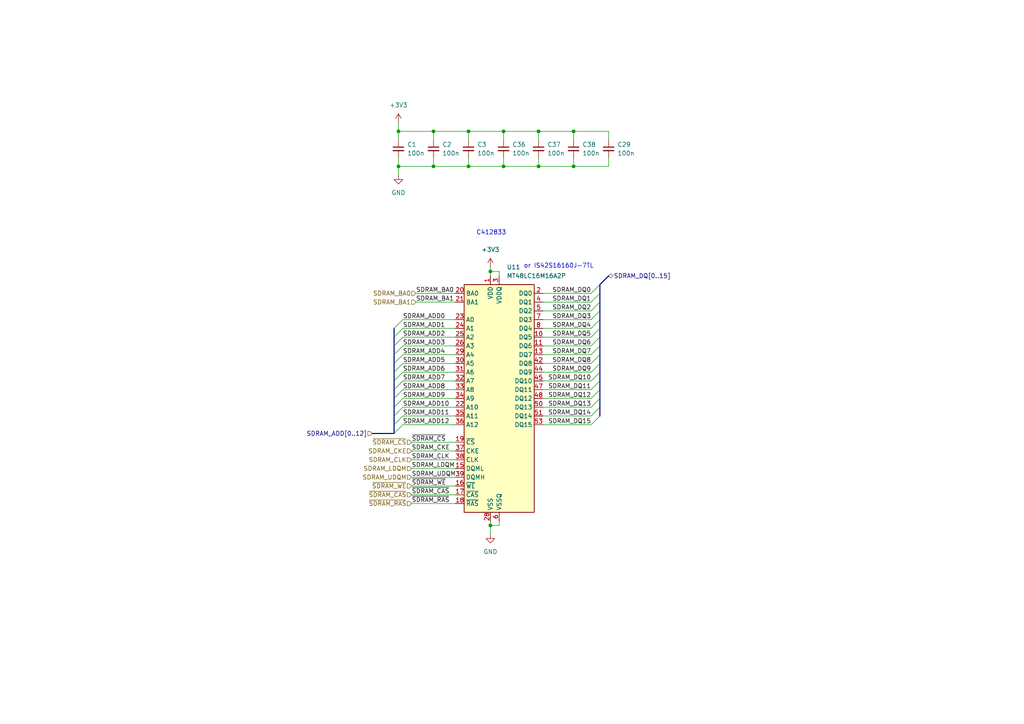
<source format=kicad_sch>
(kicad_sch (version 20231120) (generator "eeschema") (generator_version "8.0")
  (paper "A4")
  (lib_symbols
    (symbol "Device:C_Small" (pin_numbers hide) (pin_names (offset 0.254) hide)
      (property "Reference" "C" (at 0.254 1.778 0))
      (property "Value" "C_Small" (at 0.254 -2.032 0))
      (symbol "C_Small_0_1"
        (polyline (pts (xy -1.524 -0.508) (xy 1.524 -0.508)) (stroke (width 0.3302)))
        (polyline (pts (xy -1.524 0.508) (xy 1.524 0.508)) (stroke (width 0.3048)))
      )
      (symbol "C_Small_1_1"
        (pin passive line (at 0 2.54 270) (length 2.032) (name "~") (number "1"))
        (pin passive line (at 0 -2.54 90) (length 2.032) (name "~") (number "2"))
      )
    )
    (symbol "GND_1" (power) (pin_numbers hide) (pin_names (offset 0) hide)
      (property "Value" "GND" (at 0 -3.81 0))
      (symbol "GND_1_0_1"
        (polyline (pts (xy 0 0) (xy 0 -1.27) (xy 1.27 -1.27) (xy 0 -2.54) (xy -1.27 -1.27) (xy 0 -1.27)))
      )
      (symbol "GND_1_1_1"
        (pin power_in line (at 0 0 270) (length 0) (name "~") (number "1"))
      )
    )
    (symbol "Memory_RAM:MT48LC16M16A2P"
      (property "Reference" "U" (at -8.89 34.29 0))
      (property "Value" "MT48LC16M16A2P" (at 8.89 34.29 0))
      (symbol "MT48LC16M16A2P_0_1"
        (rectangle (start -10.16 33.02) (end 10.16 -33.02) (stroke (width 0.254)) (fill (type background)))
      )
      (symbol "MT48LC16M16A2P_1_1"
        (pin power_in line (at -2.54 35.56 270) (length 2.54) (name "VDD") (number "1"))
        (pin bidirectional line (at 12.7 17.78 180) (length 2.54) (name "DQ5") (number "10"))
        (pin bidirectional line (at 12.7 15.24 180) (length 2.54) (name "DQ6") (number "11"))
        (pin passive line (at 0 -35.56 90) (length 2.54) hide (name "VSSQ") (number "12"))
        (pin bidirectional line (at 12.7 12.7 180) (length 2.54) (name "DQ7") (number "13"))
        (pin passive line (at -2.54 35.56 270) (length 2.54) hide (name "VDD") (number "14"))
        (pin input line (at -12.7 -20.32 0) (length 2.54) (name "DQML") (number "15"))
        (pin input line (at -12.7 -25.4 0) (length 2.54) (name "~{WE}") (number "16"))
        (pin input line (at -12.7 -27.94 0) (length 2.54) (name "~{CAS}") (number "17"))
        (pin input line (at -12.7 -30.48 0) (length 2.54) (name "~{RAS}") (number "18"))
        (pin input line (at -12.7 -12.7 0) (length 2.54) (name "~{CS}") (number "19"))
        (pin bidirectional line (at 12.7 30.48 180) (length 2.54) (name "DQ0") (number "2"))
        (pin input line (at -12.7 30.48 0) (length 2.54) (name "BA0") (number "20"))
        (pin input line (at -12.7 27.94 0) (length 2.54) (name "BA1") (number "21"))
        (pin input line (at -12.7 -2.54 0) (length 2.54) (name "A10") (number "22"))
        (pin input line (at -12.7 22.86 0) (length 2.54) (name "A0") (number "23"))
        (pin input line (at -12.7 20.32 0) (length 2.54) (name "A1") (number "24"))
        (pin input line (at -12.7 17.78 0) (length 2.54) (name "A2") (number "25"))
        (pin input line (at -12.7 15.24 0) (length 2.54) (name "A3") (number "26"))
        (pin passive line (at -2.54 35.56 270) (length 2.54) hide (name "VDD") (number "27"))
        (pin power_in line (at -2.54 -35.56 90) (length 2.54) (name "VSS") (number "28"))
        (pin input line (at -12.7 12.7 0) (length 2.54) (name "A4") (number "29"))
        (pin power_in line (at 0 35.56 270) (length 2.54) (name "VDDQ") (number "3"))
        (pin input line (at -12.7 10.16 0) (length 2.54) (name "A5") (number "30"))
        (pin input line (at -12.7 7.62 0) (length 2.54) (name "A6") (number "31"))
        (pin input line (at -12.7 5.08 0) (length 2.54) (name "A7") (number "32"))
        (pin input line (at -12.7 2.54 0) (length 2.54) (name "A8") (number "33"))
        (pin input line (at -12.7 0 0) (length 2.54) (name "A9") (number "34"))
        (pin input line (at -12.7 -5.08 0) (length 2.54) (name "A11") (number "35"))
        (pin input line (at -12.7 -7.62 0) (length 2.54) (name "A12") (number "36"))
        (pin input line (at -12.7 -15.24 0) (length 2.54) (name "CKE") (number "37"))
        (pin input line (at -12.7 -17.78 0) (length 2.54) (name "CLK") (number "38"))
        (pin input line (at -12.7 -22.86 0) (length 2.54) (name "DQMH") (number "39"))
        (pin bidirectional line (at 12.7 27.94 180) (length 2.54) (name "DQ1") (number "4"))
        (pin no_connect line (at 10.16 -20.32 180) (length 2.54) hide (name "NC") (number "40"))
        (pin passive line (at -2.54 -35.56 90) (length 2.54) hide (name "VSS") (number "41"))
        (pin bidirectional line (at 12.7 10.16 180) (length 2.54) (name "DQ8") (number "42"))
        (pin passive line (at 0 35.56 270) (length 2.54) hide (name "VDDQ") (number "43"))
        (pin bidirectional line (at 12.7 7.62 180) (length 2.54) (name "DQ9") (number "44"))
        (pin bidirectional line (at 12.7 5.08 180) (length 2.54) (name "DQ10") (number "45"))
        (pin passive line (at 0 -35.56 90) (length 2.54) hide (name "VSSQ") (number "46"))
        (pin bidirectional line (at 12.7 2.54 180) (length 2.54) (name "DQ11") (number "47"))
        (pin bidirectional line (at 12.7 0 180) (length 2.54) (name "DQ12") (number "48"))
        (pin passive line (at 0 35.56 270) (length 2.54) hide (name "VDDQ") (number "49"))
        (pin bidirectional line (at 12.7 25.4 180) (length 2.54) (name "DQ2") (number "5"))
        (pin bidirectional line (at 12.7 -2.54 180) (length 2.54) (name "DQ13") (number "50"))
        (pin bidirectional line (at 12.7 -5.08 180) (length 2.54) (name "DQ14") (number "51"))
        (pin passive line (at 0 -35.56 90) (length 2.54) hide (name "VSSQ") (number "52"))
        (pin bidirectional line (at 12.7 -7.62 180) (length 2.54) (name "DQ15") (number "53"))
        (pin passive line (at -2.54 -35.56 90) (length 2.54) hide (name "VSS") (number "54"))
        (pin power_in line (at 0 -35.56 90) (length 2.54) (name "VSSQ") (number "6"))
        (pin bidirectional line (at 12.7 22.86 180) (length 2.54) (name "DQ3") (number "7"))
        (pin bidirectional line (at 12.7 20.32 180) (length 2.54) (name "DQ4") (number "8"))
        (pin passive line (at 0 35.56 270) (length 2.54) hide (name "VDDQ") (number "9"))
      )
    )
    (symbol "power:+3V3" (power) (pin_names (offset 0))
      (property "Value" "+3V3" (at 0 3.556 0))
      (symbol "+3V3_0_1"
        (polyline (pts (xy -0.762 1.27) (xy 0 2.54)))
        (polyline (pts (xy 0 0) (xy 0 2.54)))
        (polyline (pts (xy 0 2.54) (xy 0.762 1.27)))
      )
      (symbol "+3V3_1_1"
        (pin power_in line (at 0 0 90) (length 0) hide (name "+3V3") (number "1"))
      )
    )
    (symbol "power:GND" (power) (pin_names (offset 0))
      (property "Value" "GND" (at 0 -3.81 0))
      (symbol "GND_0_1"
        (polyline (pts (xy 0 0) (xy 0 -1.27) (xy 1.27 -1.27) (xy 0 -2.54) (xy -1.27 -1.27) (xy 0 -1.27)))
      )
      (symbol "GND_1_1"
        (pin power_in line (at 0 0 270) (length 0) hide (name "GND") (number "1"))
      )
    )
  )
  (junction (at 166.37 48.26))
  (junction (at 146.05 48.26))
  (junction (at 125.73 48.26))
  (junction (at 156.21 48.26))
  (junction (at 142.24 78.74))
  (junction (at 125.73 38.1))
  (junction (at 135.89 48.26))
  (junction (at 115.57 38.1))
  (junction (at 142.24 152.4))
  (junction (at 166.37 38.1))
  (junction (at 115.57 48.26))
  (junction (at 146.05 38.1))
  (junction (at 156.21 38.1))
  (junction (at 135.89 38.1))
  (bus_entry (at 114.3 102.87) (size 2.54 -2.54))
  (bus_entry (at 171.45 100.33) (size 2.54 -2.54))
  (bus_entry (at 171.45 118.11) (size 2.54 -2.54))
  (bus_entry (at 114.3 100.33) (size 2.54 -2.54))
  (bus_entry (at 114.3 125.73) (size 2.54 -2.54))
  (bus_entry (at 171.45 85.09) (size 2.54 -2.54))
  (bus_entry (at 171.45 120.65) (size 2.54 -2.54))
  (bus_entry (at 114.3 118.11) (size 2.54 -2.54))
  (bus_entry (at 171.45 97.79) (size 2.54 -2.54))
  (bus_entry (at 171.45 92.71) (size 2.54 -2.54))
  (bus_entry (at 114.3 113.03) (size 2.54 -2.54))
  (bus_entry (at 114.3 110.49) (size 2.54 -2.54))
  (bus_entry (at 171.45 115.57) (size 2.54 -2.54))
  (bus_entry (at 114.3 115.57) (size 2.54 -2.54))
  (bus_entry (at 114.3 95.25) (size 2.54 -2.54))
  (bus_entry (at 171.45 95.25) (size 2.54 -2.54))
  (bus_entry (at 171.45 102.87) (size 2.54 -2.54))
  (bus_entry (at 114.3 97.79) (size 2.54 -2.54))
  (bus_entry (at 114.3 105.41) (size 2.54 -2.54))
  (bus_entry (at 114.3 120.65) (size 2.54 -2.54))
  (bus_entry (at 171.45 90.17) (size 2.54 -2.54))
  (bus_entry (at 171.45 123.19) (size 2.54 -2.54))
  (bus_entry (at 171.45 87.63) (size 2.54 -2.54))
  (bus_entry (at 171.45 105.41) (size 2.54 -2.54))
  (bus_entry (at 114.3 123.19) (size 2.54 -2.54))
  (bus_entry (at 114.3 107.95) (size 2.54 -2.54))
  (bus_entry (at 171.45 110.49) (size 2.54 -2.54))
  (bus_entry (at 171.45 107.95) (size 2.54 -2.54))
  (bus_entry (at 171.45 113.03) (size 2.54 -2.54))
  (wire (pts (xy 146.05 38.1) (xy 156.21 38.1)))
  (wire (pts (xy 115.57 45.72) (xy 115.57 48.26)))
  (wire (pts (xy 157.48 120.65) (xy 171.45 120.65)))
  (bus (pts (xy 114.3 113.03) (xy 114.3 110.49)))
  (wire (pts (xy 115.57 38.1) (xy 125.73 38.1)))
  (wire (pts (xy 116.84 95.25) (xy 132.08 95.25)))
  (wire (pts (xy 116.84 92.71) (xy 132.08 92.71)))
  (wire (pts (xy 157.48 113.03) (xy 171.45 113.03)))
  (wire (pts (xy 116.84 97.79) (xy 132.08 97.79)))
  (wire (pts (xy 156.21 48.26) (xy 166.37 48.26)))
  (wire (pts (xy 166.37 38.1) (xy 176.53 38.1)))
  (wire (pts (xy 116.84 100.33) (xy 132.08 100.33)))
  (wire (pts (xy 146.05 45.72) (xy 146.05 48.26)))
  (wire (pts (xy 119.38 133.35) (xy 132.08 133.35)))
  (wire (pts (xy 144.78 152.4) (xy 142.24 152.4)))
  (wire (pts (xy 116.84 113.03) (xy 132.08 113.03)))
  (wire (pts (xy 146.05 48.26) (xy 156.21 48.26)))
  (wire (pts (xy 166.37 45.72) (xy 166.37 48.26)))
  (bus (pts (xy 173.99 115.57) (xy 173.99 113.03)))
  (wire (pts (xy 157.48 87.63) (xy 171.45 87.63)))
  (wire (pts (xy 116.84 123.19) (xy 132.08 123.19)))
  (bus (pts (xy 173.99 90.17) (xy 173.99 87.63)))
  (wire (pts (xy 156.21 45.72) (xy 156.21 48.26)))
  (wire (pts (xy 166.37 38.1) (xy 166.37 40.64)))
  (wire (pts (xy 156.21 38.1) (xy 156.21 40.64)))
  (wire (pts (xy 116.84 115.57) (xy 132.08 115.57)))
  (bus (pts (xy 173.99 110.49) (xy 173.99 107.95)))
  (wire (pts (xy 144.78 78.74) (xy 142.24 78.74)))
  (wire (pts (xy 115.57 35.56) (xy 115.57 38.1)))
  (wire (pts (xy 119.38 138.43) (xy 132.08 138.43)))
  (wire (pts (xy 135.89 45.72) (xy 135.89 48.26)))
  (wire (pts (xy 125.73 38.1) (xy 135.89 38.1)))
  (wire (pts (xy 119.38 135.89) (xy 132.08 135.89)))
  (wire (pts (xy 119.38 146.05) (xy 132.08 146.05)))
  (wire (pts (xy 157.48 95.25) (xy 171.45 95.25)))
  (wire (pts (xy 157.48 118.11) (xy 171.45 118.11)))
  (wire (pts (xy 116.84 102.87) (xy 132.08 102.87)))
  (wire (pts (xy 115.57 48.26) (xy 115.57 50.8)))
  (wire (pts (xy 125.73 38.1) (xy 125.73 40.64)))
  (wire (pts (xy 157.48 102.87) (xy 171.45 102.87)))
  (wire (pts (xy 120.65 85.09) (xy 132.08 85.09)))
  (wire (pts (xy 142.24 78.74) (xy 142.24 80.01)))
  (wire (pts (xy 157.48 115.57) (xy 171.45 115.57)))
  (wire (pts (xy 176.53 45.72) (xy 176.53 48.26)))
  (wire (pts (xy 115.57 38.1) (xy 115.57 40.64)))
  (wire (pts (xy 116.84 118.11) (xy 132.08 118.11)))
  (bus (pts (xy 114.3 115.57) (xy 114.3 113.03)))
  (wire (pts (xy 135.89 48.26) (xy 146.05 48.26)))
  (wire (pts (xy 115.57 48.26) (xy 125.73 48.26)))
  (bus (pts (xy 114.3 123.19) (xy 114.3 120.65)))
  (wire (pts (xy 116.84 107.95) (xy 132.08 107.95)))
  (wire (pts (xy 176.53 38.1) (xy 176.53 40.64)))
  (bus (pts (xy 114.3 97.79) (xy 114.3 95.25)))
  (bus (pts (xy 114.3 120.65) (xy 114.3 118.11)))
  (bus (pts (xy 173.99 87.63) (xy 173.99 85.09)))
  (wire (pts (xy 157.48 100.33) (xy 171.45 100.33)))
  (bus (pts (xy 114.3 118.11) (xy 114.3 115.57)))
  (wire (pts (xy 119.38 128.27) (xy 132.08 128.27)))
  (wire (pts (xy 135.89 38.1) (xy 146.05 38.1)))
  (bus (pts (xy 173.99 82.55) (xy 176.53 80.01)))
  (wire (pts (xy 146.05 38.1) (xy 146.05 40.64)))
  (wire (pts (xy 119.38 140.97) (xy 132.08 140.97)))
  (wire (pts (xy 125.73 48.26) (xy 135.89 48.26)))
  (bus (pts (xy 114.3 105.41) (xy 114.3 102.87)))
  (wire (pts (xy 144.78 151.13) (xy 144.78 152.4)))
  (bus (pts (xy 173.99 113.03) (xy 173.99 110.49)))
  (wire (pts (xy 144.78 80.01) (xy 144.78 78.74)))
  (wire (pts (xy 157.48 97.79) (xy 171.45 97.79)))
  (wire (pts (xy 157.48 105.41) (xy 171.45 105.41)))
  (bus (pts (xy 173.99 85.09) (xy 173.99 82.55)))
  (wire (pts (xy 157.48 90.17) (xy 171.45 90.17)))
  (wire (pts (xy 142.24 77.47) (xy 142.24 78.74)))
  (wire (pts (xy 157.48 92.71) (xy 171.45 92.71)))
  (wire (pts (xy 125.73 45.72) (xy 125.73 48.26)))
  (wire (pts (xy 157.48 107.95) (xy 171.45 107.95)))
  (bus (pts (xy 173.99 95.25) (xy 173.99 92.71)))
  (wire (pts (xy 116.84 120.65) (xy 132.08 120.65)))
  (bus (pts (xy 173.99 107.95) (xy 173.99 105.41)))
  (bus (pts (xy 114.3 110.49) (xy 114.3 107.95)))
  (wire (pts (xy 157.48 85.09) (xy 171.45 85.09)))
  (wire (pts (xy 119.38 130.81) (xy 132.08 130.81)))
  (bus (pts (xy 173.99 100.33) (xy 173.99 97.79)))
  (wire (pts (xy 142.24 152.4) (xy 142.24 151.13)))
  (bus (pts (xy 173.99 118.11) (xy 173.99 115.57)))
  (wire (pts (xy 166.37 48.26) (xy 176.53 48.26)))
  (wire (pts (xy 157.48 110.49) (xy 171.45 110.49)))
  (bus (pts (xy 173.99 97.79) (xy 173.99 95.25)))
  (wire (pts (xy 119.38 143.51) (xy 132.08 143.51)))
  (bus (pts (xy 173.99 102.87) (xy 173.99 100.33)))
  (bus (pts (xy 173.99 92.71) (xy 173.99 90.17)))
  (wire (pts (xy 116.84 105.41) (xy 132.08 105.41)))
  (bus (pts (xy 114.3 100.33) (xy 114.3 97.79)))
  (wire (pts (xy 142.24 154.94) (xy 142.24 152.4)))
  (wire (pts (xy 116.84 110.49) (xy 132.08 110.49)))
  (wire (pts (xy 157.48 123.19) (xy 171.45 123.19)))
  (wire (pts (xy 135.89 38.1) (xy 135.89 40.64)))
  (bus (pts (xy 173.99 105.41) (xy 173.99 102.87)))
  (bus (pts (xy 114.3 123.19) (xy 114.3 125.73)))
  (bus (pts (xy 107.95 125.73) (xy 114.3 125.73)))
  (wire (pts (xy 120.65 87.63) (xy 132.08 87.63)))
  (bus (pts (xy 114.3 107.95) (xy 114.3 105.41)))
  (bus (pts (xy 114.3 102.87) (xy 114.3 100.33)))
  (wire (pts (xy 156.21 38.1) (xy 166.37 38.1)))
  (bus (pts (xy 173.99 120.65) (xy 173.99 118.11)))
  (text "C412833" (at 142.494 67.564 0) (effects (font (size 1.27 1.27))))
  (text "or IS42S16160J-7TL" (at 162.052 77.216 0) (effects (font (size 1.27 1.27))))
  (label "SDRAM_DQ7" (at 171.45 102.87 180))
  (label "SDRAM_ADD4" (at 116.84 102.87 0))
  (label "SDRAM_DQ0" (at 171.45 85.09 180))
  (label "SDRAM_ADD12" (at 116.84 123.19 0))
  (label "SDRAM_DQ3" (at 171.45 92.71 180))
  (label "SDRAM_DQ9" (at 171.45 107.95 180))
  (label "SDRAM_ADD7" (at 116.84 110.49 0))
  (label "SDRAM_ADD8" (at 116.84 113.03 0))
  (label "SDRAM_ADD11" (at 116.84 120.65 0))
  (label "SDRAM_DQ14" (at 171.45 120.65 180))
  (label "SDRAM_UDQM" (at 119.38 138.43 0))
  (label "SDRAM_ADD10" (at 116.84 118.11 0))
  (label "SDRAM_DQ11" (at 171.45 113.03 180))
  (label "SDRAM_ADD1" (at 116.84 95.25 0))
  (label "SDRAM_DQ1" (at 171.45 87.63 180))
  (label "SDRAM_BA1" (at 120.65 87.63 0))
  (label "SDRAM_DQ8" (at 171.45 105.41 180))
  (label "SDRAM_DQ12" (at 171.45 115.57 180))
  (label "SDRAM_DQ15" (at 171.45 123.19 180))
  (label "SDRAM_DQ4" (at 171.45 95.25 180))
  (label "~{SDRAM_CS}" (at 119.38 128.27 0))
  (label "SDRAM_ADD6" (at 116.84 107.95 0))
  (label "SDRAM_ADD5" (at 116.84 105.41 0))
  (label "SDRAM_ADD2" (at 116.84 97.79 0))
  (label "SDRAM_DQ2" (at 171.45 90.17 180))
  (label "~{SDRAM_RAS}" (at 119.38 146.05 0))
  (label "~{SDRAM_CAS}" (at 119.38 143.51 0))
  (label "SDRAM_LDQM" (at 119.38 135.89 0))
  (label "SDRAM_ADD3" (at 116.84 100.33 0))
  (label "SDRAM_CLK" (at 119.38 133.35 0))
  (label "SDRAM_DQ13" (at 171.45 118.11 180))
  (label "SDRAM_CKE" (at 119.38 130.81 0))
  (label "~{SDRAM_WE}" (at 119.38 140.97 0))
  (label "SDRAM_DQ5" (at 171.45 97.79 180))
  (label "SDRAM_BA0" (at 120.65 85.09 0))
  (label "SDRAM_ADD9" (at 116.84 115.57 0))
  (label "SDRAM_DQ10" (at 171.45 110.49 180))
  (label "SDRAM_DQ6" (at 171.45 100.33 180))
  (label "SDRAM_ADD0" (at 116.84 92.71 0))
  (hierarchical_label "SDRAM_CKE" (shape input) (at 119.38 130.81 180))
  (hierarchical_label "~{SDRAM_WE}" (shape input) (at 119.38 140.97 180))
  (hierarchical_label "SDRAM_ADD[0..12]" (shape input) (at 107.95 125.73 180))
  (hierarchical_label "SDRAM_DQ[0..15]" (shape bidirectional) (at 176.53 80.01 0))
  (hierarchical_label "SDRAM_UDQM" (shape input) (at 119.38 138.43 180))
  (hierarchical_label "SDRAM_CLK" (shape input) (at 119.38 133.35 180))
  (hierarchical_label "~{SDRAM_CAS}" (shape input) (at 119.38 143.51 180))
  (hierarchical_label "~{SDRAM_RAS}" (shape input) (at 119.38 146.05 180))
  (hierarchical_label "~{SDRAM_CS}" (shape input) (at 119.38 128.27 180))
  (hierarchical_label "SDRAM_BA0" (shape input) (at 120.65 85.09 180))
  (hierarchical_label "SDRAM_BA1" (shape input) (at 120.65 87.63 180))
  (hierarchical_label "SDRAM_LDQM" (shape input) (at 119.38 135.89 180))
  (symbol (lib_name "GND_1") (lib_id "power:GND") (at 142.24 154.94 0) (unit 1)
    (property "Reference" "#PWR0121" (effects (hide yes)))
    (property "Value" "GND" (at 142.24 160.02 0))
    (property "Description" "Power symbol creates a global label with name \"GND\" , ground" (effects (hide yes)))
    (instances (project "chroma-pixel-h743" (path "" (reference "#PWR0121") (unit 1))) (project "chroma-pixel-h743" (path "" (reference "#PWR055") (unit 1))))
  )
  (symbol (lib_id "Device:C_Small") (at 135.89 43.18 0) (unit 1)
    (property "Reference" "C3" (at 138.43 41.9163 0) (effects (justify left)))
    (property "Value" "100n" (at 138.43 44.4563 0) (effects (justify left)))
    (property "Footprint" "Capacitor_SMD:C_0402_1005Metric" (effects (hide yes)))
    (property "JLCPCB Part #" "C307331" (effects (hide yes)))
    (instances (project "chroma-pixel-h743" (path "" (reference "C3") (unit 1))) (project "chroma-pixel-h743" (path "" (reference "C32") (unit 1))))
  )
  (symbol (lib_id "Device:C_Small") (at 176.53 43.18 0) (unit 1)
    (property "Reference" "C29" (at 179.07 41.9163 0) (effects (justify left)))
    (property "Value" "100n" (at 179.07 44.4563 0) (effects (justify left)))
    (property "Footprint" "Capacitor_SMD:C_0402_1005Metric" (effects (hide yes)))
    (property "JLCPCB Part #" "C307331" (effects (hide yes)))
    (instances (project "chroma-pixel-h743" (path "" (reference "C29") (unit 1))) (project "chroma-pixel-h743" (path "" (reference "C36") (unit 1))))
  )
  (symbol (lib_id "power:+3V3") (at 142.24 77.47 0) (unit 1)
    (property "Reference" "#PWR0120" (effects (hide yes)))
    (property "Value" "+3V3" (at 142.24 72.39 0))
    (property "Description" "Power symbol creates a global label with name \"+3V3\"" (effects (hide yes)))
    (instances (project "chroma-pixel-h743" (path "" (reference "#PWR0120") (unit 1))) (project "chroma-pixel-h743" (path "" (reference "#PWR054") (unit 1))))
  )
  (symbol (lib_id "Device:C_Small") (at 156.21 43.18 0) (unit 1)
    (property "Reference" "C37" (at 158.75 41.9163 0) (effects (justify left)))
    (property "Value" "100n" (at 158.75 44.4563 0) (effects (justify left)))
    (property "Footprint" "Capacitor_SMD:C_0402_1005Metric" (effects (hide yes)))
    (property "JLCPCB Part #" "C307331" (effects (hide yes)))
    (instances (project "chroma-pixel-h743" (path "" (reference "C37") (unit 1))) (project "chroma-pixel-h743" (path "" (reference "C34") (unit 1))))
  )
  (symbol (lib_id "Device:C_Small") (at 166.37 43.18 0) (unit 1)
    (property "Reference" "C38" (at 168.91 41.9163 0) (effects (justify left)))
    (property "Value" "100n" (at 168.91 44.4563 0) (effects (justify left)))
    (property "Footprint" "Capacitor_SMD:C_0402_1005Metric" (effects (hide yes)))
    (property "JLCPCB Part #" "C307331" (effects (hide yes)))
    (instances (project "chroma-pixel-h743" (path "" (reference "C38") (unit 1))) (project "chroma-pixel-h743" (path "" (reference "C35") (unit 1))))
  )
  (symbol (lib_id "Device:C_Small") (at 125.73 43.18 0) (unit 1)
    (property "Reference" "C2" (at 128.27 41.9163 0) (effects (justify left)))
    (property "Value" "100n" (at 128.27 44.4563 0) (effects (justify left)))
    (property "Footprint" "Capacitor_SMD:C_0402_1005Metric" (effects (hide yes)))
    (property "JLCPCB Part #" "C307331" (effects (hide yes)))
    (instances (project "chroma-pixel-h743" (path "" (reference "C2") (unit 1))) (project "chroma-pixel-h743" (path "" (reference "C31") (unit 1))))
  )
  (symbol (lib_id "Device:C_Small") (at 146.05 43.18 0) (unit 1)
    (property "Reference" "C36" (at 148.59 41.9163 0) (effects (justify left)))
    (property "Value" "100n" (at 148.59 44.4563 0) (effects (justify left)))
    (property "Footprint" "Capacitor_SMD:C_0402_1005Metric" (effects (hide yes)))
    (property "JLCPCB Part #" "C307331" (effects (hide yes)))
    (instances (project "chroma-pixel-h743" (path "" (reference "C36") (unit 1))) (project "chroma-pixel-h743" (path "" (reference "C33") (unit 1))))
  )
  (symbol (lib_id "power:GND") (at 115.57 50.8 0) (unit 1)
    (property "Reference" "#PWR02" (effects (hide yes)))
    (property "Value" "GND" (at 115.57 55.88 0))
    (instances (project "chroma-pixel-h743" (path "" (reference "#PWR02") (unit 1))) (project "chroma-pixel-h743" (path "" (reference "#PWR053") (unit 1))))
  )
  (symbol (lib_id "power:+3V3") (at 115.57 35.56 0) (unit 1)
    (property "Reference" "#PWR01" (effects (hide yes)))
    (property "Value" "+3V3" (at 115.57 30.48 0))
    (property "Description" "Power symbol creates a global label with name \"+3V3\"" (effects (hide yes)))
    (instances (project "chroma-pixel-h743" (path "" (reference "#PWR01") (unit 1))) (project "chroma-pixel-h743" (path "" (reference "#PWR052") (unit 1))))
  )
  (symbol (lib_id "Memory_RAM:MT48LC16M16A2P") (at 144.78 115.57 0) (unit 1)
    (property "Reference" "U11" (at 146.9741 77.47 0) (effects (justify left)))
    (property "Value" "MT48LC16M16A2P" (at 146.9741 80.01 0) (effects (justify left)))
    (property "Footprint" "Package_SO:TSOP-II-54_22.2x10.16mm_P0.8mm" (effects (hide yes)))
    (property "Datasheet" "https://www.micron.com/-/media/client/global/documents/products/data-sheet/dram/256mb_sdr.pdf" (effects (hide yes)))
    (property "Description" "256M – (16M x 16 bit) Synchronous DRAM (SDRAM), TSOP-II-54" (effects (hide yes)))
    (property "JLCPCB Part #" "C412833" (effects (hide yes)))
    (instances (project "chroma-pixel-h743" (path "" (reference "U11") (unit 1))) (project "chroma-pixel-h743" (path "" (reference "U4") (unit 1))))
  )
  (symbol (lib_id "Device:C_Small") (at 115.57 43.18 0) (unit 1)
    (property "Reference" "C1" (at 118.11 41.9163 0) (effects (justify left)))
    (property "Value" "100n" (at 118.11 44.4563 0) (effects (justify left)))
    (property "Footprint" "Capacitor_SMD:C_0402_1005Metric" (effects (hide yes)))
    (property "JLCPCB Part #" "C307331" (effects (hide yes)))
    (instances (project "chroma-pixel-h743" (path "" (reference "C1") (unit 1))) (project "chroma-pixel-h743" (path "" (reference "C30") (unit 1))))
  )
)
</source>
